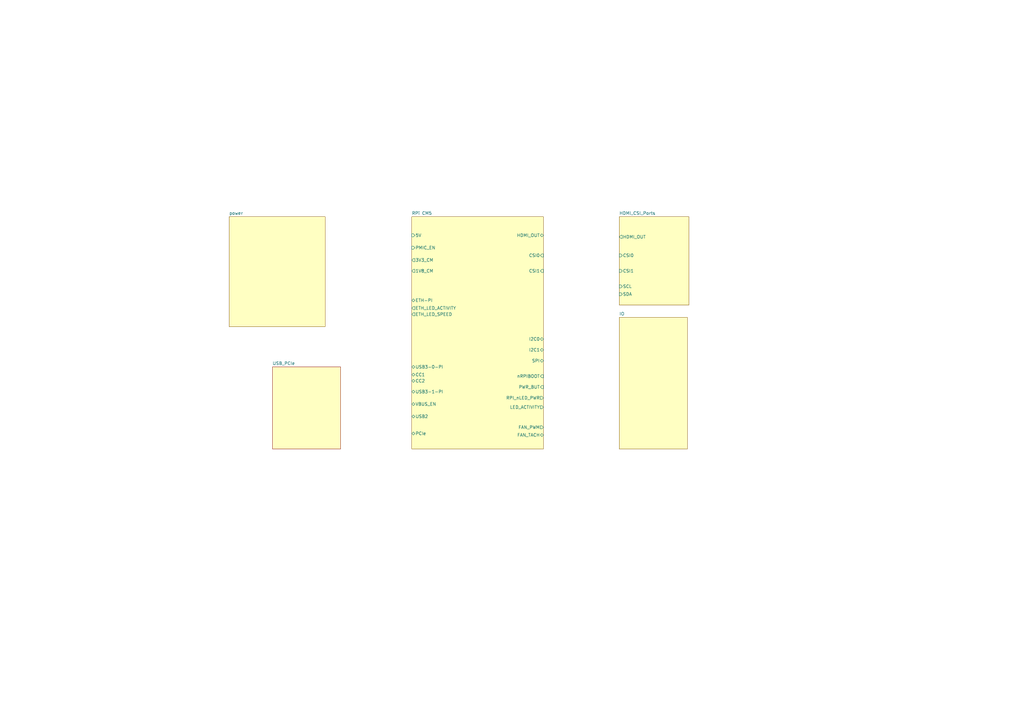
<source format=kicad_sch>
(kicad_sch
	(version 20250114)
	(generator "eeschema")
	(generator_version "9.0")
	(uuid "b7d228cf-f9da-4203-b1ed-1128e1073415")
	(paper "A3")
	(title_block
		(title "Open-Sentinel")
		(date "2025-12-28")
		(rev "0.9")
	)
	(lib_symbols)
	(sheet
		(at 93.98 88.9)
		(size 39.37 45.085)
		(exclude_from_sim no)
		(in_bom yes)
		(on_board yes)
		(dnp no)
		(fields_autoplaced yes)
		(stroke
			(width 0.1524)
			(type solid)
			(color 128 77 0 1)
		)
		(fill
			(color 255 255 194 1.0000)
		)
		(uuid "1cea5d0a-158d-4726-87a2-357580b40651")
		(property "Sheetname" "power"
			(at 93.98 88.1884 0)
			(effects
				(font
					(size 1.27 1.27)
				)
				(justify left bottom)
			)
		)
		(property "Sheetfile" "power.kicad_sch"
			(at 93.98 134.5696 0)
			(effects
				(font
					(size 1.27 1.27)
				)
				(justify left top)
				(hide yes)
			)
		)
		(instances
			(project "open-sentinel"
				(path "/b7d228cf-f9da-4203-b1ed-1128e1073415"
					(page "3")
				)
			)
		)
	)
	(sheet
		(at 254 88.9)
		(size 28.575 36.195)
		(exclude_from_sim no)
		(in_bom yes)
		(on_board yes)
		(dnp no)
		(fields_autoplaced yes)
		(stroke
			(width 0.1524)
			(type solid)
			(color 128 77 0 1)
		)
		(fill
			(color 255 255 194 1.0000)
		)
		(uuid "5753f816-5b94-4172-aa4c-53e8e6180fb4")
		(property "Sheetname" "HDMI_CSI_Ports"
			(at 254 88.1884 0)
			(effects
				(font
					(size 1.27 1.27)
				)
				(justify left bottom)
			)
		)
		(property "Sheetfile" "hdmi.kicad_sch"
			(at 254 125.6796 0)
			(effects
				(font
					(size 1.27 1.27)
				)
				(justify left top)
				(hide yes)
			)
		)
		(pin "HDMI_OUT" output
			(at 254 97.155 180)
			(uuid "0ef56ed7-ba1f-465c-875d-7f544479573d")
			(effects
				(font
					(size 1.27 1.27)
				)
				(justify left)
			)
		)
		(pin "CSI0" input
			(at 254 104.775 180)
			(uuid "5c98b5fa-ffc0-45e1-966f-288b22be406b")
			(effects
				(font
					(size 1.27 1.27)
				)
				(justify left)
			)
		)
		(pin "CSI1" input
			(at 254 111.125 180)
			(uuid "aa8cffd7-dd9f-4c73-be56-d68bd3154f9d")
			(effects
				(font
					(size 1.27 1.27)
				)
				(justify left)
			)
		)
		(pin "SCL" input
			(at 254 117.475 180)
			(uuid "27670bf7-4305-42a5-9aa8-1723aeef5f75")
			(effects
				(font
					(size 1.27 1.27)
				)
				(justify left)
			)
		)
		(pin "SDA" input
			(at 254 120.65 180)
			(uuid "a2d19d08-fd9a-4566-98dd-9e98b7c9e21d")
			(effects
				(font
					(size 1.27 1.27)
				)
				(justify left)
			)
		)
		(instances
			(project "open-sentinel"
				(path "/b7d228cf-f9da-4203-b1ed-1128e1073415"
					(page "5")
				)
			)
		)
	)
	(sheet
		(at 254 130.175)
		(size 27.94 53.975)
		(exclude_from_sim no)
		(in_bom yes)
		(on_board yes)
		(dnp no)
		(fields_autoplaced yes)
		(stroke
			(width 0.1524)
			(type solid)
			(color 128 77 0 1)
		)
		(fill
			(color 255 255 194 1.0000)
		)
		(uuid "595b30cb-aa99-4e68-b38c-546823c41214")
		(property "Sheetname" "IO"
			(at 254 129.4634 0)
			(effects
				(font
					(size 1.27 1.27)
				)
				(justify left bottom)
			)
		)
		(property "Sheetfile" "io.kicad_sch"
			(at 254 184.7346 0)
			(effects
				(font
					(size 1.27 1.27)
				)
				(justify left top)
				(hide yes)
			)
		)
		(instances
			(project "open-sentinel"
				(path "/b7d228cf-f9da-4203-b1ed-1128e1073415"
					(page "4")
				)
			)
		)
	)
	(sheet
		(at 111.76 150.495)
		(size 27.94 33.655)
		(exclude_from_sim no)
		(in_bom yes)
		(on_board yes)
		(dnp no)
		(fields_autoplaced yes)
		(stroke
			(width 0.1524)
			(type solid)
			(color 132 0 0 1)
		)
		(fill
			(color 255 255 194 1.0000)
		)
		(uuid "8da4447c-b066-4ef3-bfef-342604a71b97")
		(property "Sheetname" "USB_PCIe"
			(at 111.76 149.7834 0)
			(effects
				(font
					(size 1.27 1.27)
				)
				(justify left bottom)
			)
		)
		(property "Sheetfile" "usb_pcie.kicad_sch"
			(at 111.76 184.7346 0)
			(effects
				(font
					(size 1.27 1.27)
				)
				(justify left top)
				(hide yes)
			)
		)
		(instances
			(project "open-sentinel"
				(path "/b7d228cf-f9da-4203-b1ed-1128e1073415"
					(page "6")
				)
			)
		)
	)
	(sheet
		(at 168.91 88.9)
		(size 53.975 95.25)
		(exclude_from_sim no)
		(in_bom yes)
		(on_board yes)
		(dnp no)
		(fields_autoplaced yes)
		(stroke
			(width 0.1524)
			(type solid)
			(color 128 77 0 1)
		)
		(fill
			(color 255 255 194 1.0000)
		)
		(uuid "9dde032a-6997-41ab-ba94-fb61023c6fe5")
		(property "Sheetname" "RPi CM5"
			(at 168.91 88.1884 0)
			(effects
				(font
					(size 1.27 1.27)
				)
				(justify left bottom)
			)
		)
		(property "Sheetfile" "rpi_cm5.kicad_sch"
			(at 168.91 184.7346 0)
			(effects
				(font
					(size 1.27 1.27)
				)
				(justify left top)
				(hide yes)
			)
		)
		(pin "USB2" bidirectional
			(at 168.91 170.815 180)
			(uuid "b6dd4c55-9f8f-4e09-b8f0-274109912b67")
			(effects
				(font
					(size 1.27 1.27)
				)
				(justify left)
			)
		)
		(pin "ETH-PI" bidirectional
			(at 168.91 123.19 180)
			(uuid "b24f3e4b-afcc-48cb-b3c9-8541e5aa6dba")
			(effects
				(font
					(size 1.27 1.27)
				)
				(justify left)
			)
		)
		(pin "USB3-0-PI" bidirectional
			(at 168.91 150.495 180)
			(uuid "15b4c18c-edf4-4b3a-a4ba-8d3ff4f203ec")
			(effects
				(font
					(size 1.27 1.27)
				)
				(justify left)
			)
		)
		(pin "USB3-1-PI" bidirectional
			(at 168.91 160.655 180)
			(uuid "ea8fb151-8644-4105-99a5-e9f0479949db")
			(effects
				(font
					(size 1.27 1.27)
				)
				(justify left)
			)
		)
		(pin "VBUS_EN" bidirectional
			(at 168.91 165.735 180)
			(uuid "04f18ff5-cdb4-4c8f-9e54-a90ce693d090")
			(effects
				(font
					(size 1.27 1.27)
				)
				(justify left)
			)
		)
		(pin "1V8_CM" output
			(at 168.91 111.125 180)
			(uuid "974316c9-8b98-4beb-b8ee-57e448cef7ea")
			(effects
				(font
					(size 1.27 1.27)
				)
				(justify left)
			)
		)
		(pin "3V3_CM" output
			(at 168.91 106.68 180)
			(uuid "0ad8b00f-517d-44f2-be70-6f90e841002c")
			(effects
				(font
					(size 1.27 1.27)
				)
				(justify left)
			)
		)
		(pin "5V" input
			(at 168.91 96.52 180)
			(uuid "ce9389a7-0ff4-4cbe-a1a2-08577e47dcb8")
			(effects
				(font
					(size 1.27 1.27)
				)
				(justify left)
			)
		)
		(pin "CC1" bidirectional
			(at 168.91 153.67 180)
			(uuid "f57c1ba5-853d-4efe-a592-3feba2cebfe5")
			(effects
				(font
					(size 1.27 1.27)
				)
				(justify left)
			)
		)
		(pin "CC2" bidirectional
			(at 168.91 156.21 180)
			(uuid "9c3ed2ef-c335-47ec-bccc-1afbdadfa24c")
			(effects
				(font
					(size 1.27 1.27)
				)
				(justify left)
			)
		)
		(pin "ETH_LED_ACTIVITY" output
			(at 168.91 126.365 180)
			(uuid "5e3a6992-5fa8-4375-888b-ea17cccd421a")
			(effects
				(font
					(size 1.27 1.27)
				)
				(justify left)
			)
		)
		(pin "ETH_LED_SPEED" output
			(at 168.91 128.905 180)
			(uuid "c7e2c850-070e-440d-a7f3-a663f5c8adf5")
			(effects
				(font
					(size 1.27 1.27)
				)
				(justify left)
			)
		)
		(pin "FAN_PWM" output
			(at 222.885 175.26 0)
			(uuid "257dca68-7eb4-4ae1-bd89-f32be099287a")
			(effects
				(font
					(size 1.27 1.27)
				)
				(justify right)
			)
		)
		(pin "FAN_TACH" bidirectional
			(at 222.885 178.435 0)
			(uuid "d368a0f0-7297-4543-b110-0982d1ad7821")
			(effects
				(font
					(size 1.27 1.27)
				)
				(justify right)
			)
		)
		(pin "I2C0" bidirectional
			(at 222.885 139.065 0)
			(uuid "11070f2d-8b49-430b-b725-322bab8946c8")
			(effects
				(font
					(size 1.27 1.27)
				)
				(justify right)
			)
		)
		(pin "I2C1" bidirectional
			(at 222.885 143.51 0)
			(uuid "7077afa3-394d-46e4-a7ac-70589fab4517")
			(effects
				(font
					(size 1.27 1.27)
				)
				(justify right)
			)
		)
		(pin "LED_ACTIVITY" output
			(at 222.885 167.005 0)
			(uuid "84c0ab47-bb5e-40cd-871e-4fca5b50e3cf")
			(effects
				(font
					(size 1.27 1.27)
				)
				(justify right)
			)
		)
		(pin "nRPIBOOT" input
			(at 222.885 154.305 0)
			(uuid "099a4126-7f12-4d54-bdfb-b49fe146cb49")
			(effects
				(font
					(size 1.27 1.27)
				)
				(justify right)
			)
		)
		(pin "PMIC_EN" input
			(at 168.91 101.6 180)
			(uuid "21558923-0ec2-4b9f-970c-079f6e054822")
			(effects
				(font
					(size 1.27 1.27)
				)
				(justify left)
			)
		)
		(pin "PWR_BUT" input
			(at 222.885 158.75 0)
			(uuid "5461c64f-f51d-40f9-ac66-258e024db2f6")
			(effects
				(font
					(size 1.27 1.27)
				)
				(justify right)
			)
		)
		(pin "RPI_nLED_PWR" output
			(at 222.885 163.195 0)
			(uuid "8c220962-b12f-44a0-adab-688b6d2dd8d4")
			(effects
				(font
					(size 1.27 1.27)
				)
				(justify right)
			)
		)
		(pin "SPI" bidirectional
			(at 222.885 147.955 0)
			(uuid "14b2df70-ecfc-49b6-bf28-9b48683a0bf0")
			(effects
				(font
					(size 1.27 1.27)
				)
				(justify right)
			)
		)
		(pin "HDMI_OUT" bidirectional
			(at 222.885 96.52 0)
			(uuid "8f48f20c-5726-4bdb-b7f4-1c72a54fdeab")
			(effects
				(font
					(size 1.27 1.27)
				)
				(justify right)
			)
		)
		(pin "CSI0" input
			(at 222.885 104.775 0)
			(uuid "01193def-3b6c-4d9e-a34b-18f0bc1c7287")
			(effects
				(font
					(size 1.27 1.27)
				)
				(justify right)
			)
		)
		(pin "CSI1" input
			(at 222.885 111.125 0)
			(uuid "3483f7f1-1fc4-4152-b4bd-8429190889f2")
			(effects
				(font
					(size 1.27 1.27)
				)
				(justify right)
			)
		)
		(pin "PCIe" bidirectional
			(at 168.91 177.8 180)
			(uuid "17bb2764-d623-4573-bb16-55e9dfa5e2db")
			(effects
				(font
					(size 1.27 1.27)
				)
				(justify left)
			)
		)
		(instances
			(project "open-sentinel"
				(path "/b7d228cf-f9da-4203-b1ed-1128e1073415"
					(page "2")
				)
			)
		)
	)
	(sheet_instances
		(path "/"
			(page "1")
		)
	)
	(embedded_fonts no)
)

</source>
